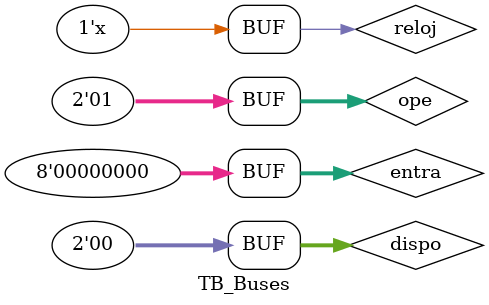
<source format=v>
`timescale 1 us/100 ps
module TB_Buses;

reg reloj;
reg[1:0] dispo;
reg[1:0] ope;
reg[7:0] entra;
wire[7:0] salida;

localparam retardo=10, ret_reloj=5;

E9_Buses DUT1(.clk(reloj), .dispositivo(dispo), .operacion(ope), .entrada(entra), .C(salida));

always
#ret_reloj reloj=~reloj;

initial
begin
reloj = 0;
dispo = 2'b00;
ope = 2'b00;
entra = 8'd10;

#retardo;
dispo = 2'b00;
ope = 2'b00;
entra = 8'd8;

#retardo
dispo = 2'b00;
ope = 2'b00;
entra = 8'd8;

#retardo
dispo = 2'b00;
ope = 2'b00;
entra = 8'd8;
//******************FIN PRIMERA OPERACION
#retardo
//******************INICIO SEGUNDA OPERACION
dispo = 2'b00;
ope = 2'b01;
entra = 8'd0;

#retardo
dispo = 2'b00;
ope = 2'b01;
entra = 8'd8;

#retardo
dispo = 2'b00;
ope = 2'b01;
entra = 8'd5;

#retardo
dispo = 2'b00;
ope = 2'b01;
entra = 8'd0;

end

endmodule

</source>
